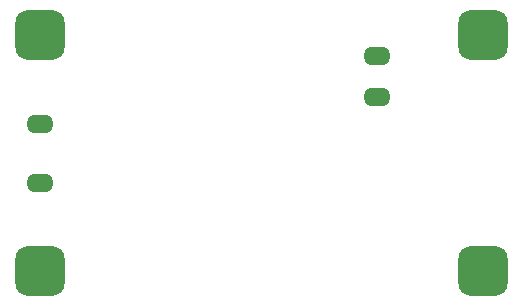
<source format=gbs>
G04*
G04 #@! TF.GenerationSoftware,Altium Limited,Altium Designer,21.6.1 (37)*
G04*
G04 Layer_Color=16711935*
%FSLAX25Y25*%
%MOIN*%
G70*
G04*
G04 #@! TF.SameCoordinates,DC8E1805-1AE0-4662-A60C-033F26306971*
G04*
G04*
G04 #@! TF.FilePolarity,Negative*
G04*
G01*
G75*
G04:AMPARAMS|DCode=23|XSize=165.48mil|YSize=165.48mil|CornerRadius=43.37mil|HoleSize=0mil|Usage=FLASHONLY|Rotation=0.000|XOffset=0mil|YOffset=0mil|HoleType=Round|Shape=RoundedRectangle|*
%AMROUNDEDRECTD23*
21,1,0.16548,0.07874,0,0,0.0*
21,1,0.07874,0.16548,0,0,0.0*
1,1,0.08674,0.03937,-0.03937*
1,1,0.08674,-0.03937,-0.03937*
1,1,0.08674,-0.03937,0.03937*
1,1,0.08674,0.03937,0.03937*
%
%ADD23ROUNDEDRECTD23*%
%ADD24O,0.09068X0.06312*%
D23*
X344488Y354331D02*
D03*
X492126D02*
D03*
Y275590D02*
D03*
X344488D02*
D03*
D24*
X456693Y333661D02*
D03*
Y347441D02*
D03*
X344488Y324803D02*
D03*
Y305118D02*
D03*
M02*

</source>
